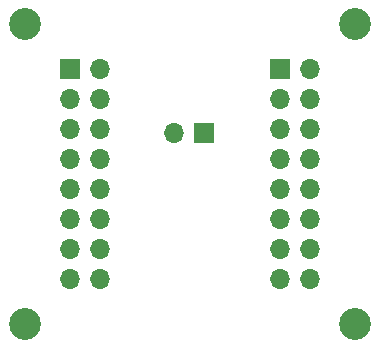
<source format=gbr>
%TF.GenerationSoftware,KiCad,Pcbnew,(5.1.9)-1*%
%TF.CreationDate,2021-08-12T01:32:41-07:00*%
%TF.ProjectId,Apple2to1,4170706c-6532-4746-9f31-2e6b69636164,rev?*%
%TF.SameCoordinates,Original*%
%TF.FileFunction,Soldermask,Top*%
%TF.FilePolarity,Negative*%
%FSLAX46Y46*%
G04 Gerber Fmt 4.6, Leading zero omitted, Abs format (unit mm)*
G04 Created by KiCad (PCBNEW (5.1.9)-1) date 2021-08-12 01:32:41*
%MOMM*%
%LPD*%
G01*
G04 APERTURE LIST*
%ADD10C,2.700000*%
%ADD11R,1.700000X1.700000*%
%ADD12O,1.700000X1.700000*%
G04 APERTURE END LIST*
D10*
%TO.C,REF\u002A\u002A*%
X109220000Y-90170000D03*
%TD*%
%TO.C,REF\u002A\u002A*%
X109220000Y-115570000D03*
%TD*%
%TO.C,REF\u002A\u002A*%
X137160000Y-115570000D03*
%TD*%
%TO.C,REF\u002A\u002A*%
X137160000Y-90170000D03*
%TD*%
D11*
%TO.C,J3*%
X124400000Y-99400000D03*
D12*
X121860000Y-99400000D03*
%TD*%
%TO.C,J1*%
X133350000Y-111760000D03*
X130810000Y-111760000D03*
X133350000Y-109220000D03*
X130810000Y-109220000D03*
X133350000Y-106680000D03*
X130810000Y-106680000D03*
X133350000Y-104140000D03*
X130810000Y-104140000D03*
X133350000Y-101600000D03*
X130810000Y-101600000D03*
X133350000Y-99060000D03*
X130810000Y-99060000D03*
X133350000Y-96520000D03*
X130810000Y-96520000D03*
X133350000Y-93980000D03*
D11*
X130810000Y-93980000D03*
%TD*%
%TO.C,J2*%
X113030000Y-93980000D03*
D12*
X115570000Y-93980000D03*
X113030000Y-96520000D03*
X115570000Y-96520000D03*
X113030000Y-99060000D03*
X115570000Y-99060000D03*
X113030000Y-101600000D03*
X115570000Y-101600000D03*
X113030000Y-104140000D03*
X115570000Y-104140000D03*
X113030000Y-106680000D03*
X115570000Y-106680000D03*
X113030000Y-109220000D03*
X115570000Y-109220000D03*
X113030000Y-111760000D03*
X115570000Y-111760000D03*
%TD*%
M02*

</source>
